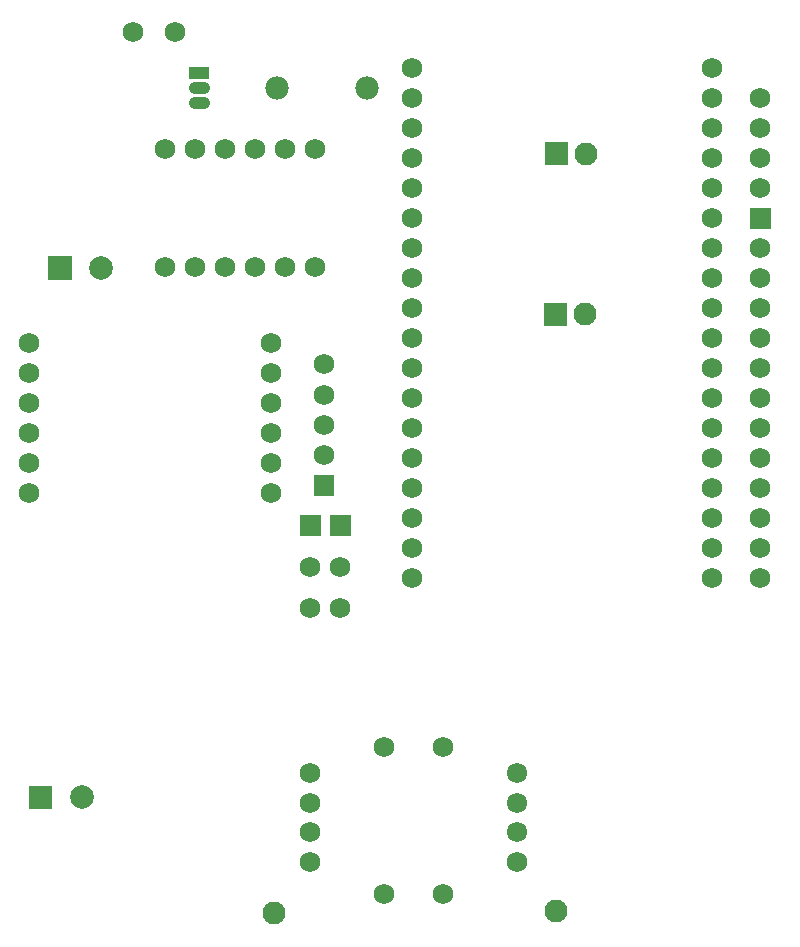
<source format=gts>
G04 Layer: TopSolderMaskLayer*
G04 EasyEDA v6.4.25, 2022-01-16T12:25:19--5:00*
G04 Gerber Generator version 0.2*
G04 Scale: 100 percent, Rotated: No, Reflected: No *
G04 Dimensions in millimeters *
G04 leading zeros omitted , absolute positions ,4 integer and 5 decimal *
%FSLAX45Y45*%
%MOMM*%

%ADD27C,1.0016*%
%ADD29C,2.0032*%
%ADD31C,1.9812*%
%ADD32C,1.7272*%
%ADD33C,1.7232*%
%ADD34C,1.9532*%

%LPD*%
D27*
X2384498Y8953500D02*
G01*
X2314498Y8953500D01*
X2384498Y8826500D02*
G01*
X2314498Y8826500D01*
G36*
X903223Y2846323D02*
G01*
X903223Y3046476D01*
X1103376Y3046476D01*
X1103376Y2846323D01*
G37*
D29*
G01*
X1353312Y2946400D03*
G36*
X1068323Y7329423D02*
G01*
X1068323Y7529576D01*
X1268476Y7529576D01*
X1268476Y7329423D01*
G37*
G01*
X1518412Y7429500D03*
G36*
X2264409Y9030462D02*
G01*
X2264409Y9130537D01*
X2434590Y9130537D01*
X2434590Y9030462D01*
G37*
D31*
G01*
X3009900Y8953500D03*
G01*
X3771900Y8953500D03*
D32*
G01*
X4152900Y4800600D03*
G01*
X4152900Y5054600D03*
G01*
X4152900Y5308600D03*
G01*
X4152900Y5562600D03*
G01*
X4152900Y5816600D03*
G01*
X4152900Y6070600D03*
G01*
X4152900Y6324600D03*
G01*
X4152900Y6578600D03*
G01*
X4152900Y6832600D03*
G01*
X4152900Y7086600D03*
G01*
X4152900Y7340600D03*
G01*
X4152900Y7594600D03*
G01*
X4152900Y7848600D03*
G01*
X4152900Y8102600D03*
G01*
X4152900Y8356600D03*
G01*
X4152900Y8610600D03*
G01*
X4152900Y8864600D03*
G01*
X4152900Y9118600D03*
G01*
X6692900Y4800600D03*
G01*
X6692900Y5054600D03*
G01*
X6692900Y5308600D03*
G01*
X6692900Y5562600D03*
G01*
X6692900Y5816600D03*
G01*
X6692900Y6070600D03*
G01*
X6692900Y6324600D03*
G01*
X6692900Y6578600D03*
G01*
X6692900Y6832600D03*
G01*
X6692900Y7086600D03*
G01*
X6692900Y7340600D03*
G01*
X6692900Y7594600D03*
G01*
X6692900Y7848600D03*
G01*
X6692900Y8102600D03*
G01*
X6692900Y8356600D03*
G01*
X6692900Y8610600D03*
G01*
X6692900Y8864600D03*
G01*
X6692900Y9118600D03*
G01*
X3327400Y8437499D03*
G01*
X3073400Y8437499D03*
G01*
X2819400Y8437499D03*
G01*
X2565400Y8437499D03*
G01*
X3327400Y7437501D03*
G01*
X3073400Y7437501D03*
G01*
X2819400Y7437501D03*
G01*
X2565400Y7437501D03*
G01*
X2311400Y7437501D03*
G01*
X2057400Y7437501D03*
G01*
X2311400Y8437499D03*
G01*
X2057400Y8437499D03*
G01*
X2959100Y6794500D03*
G01*
X2959100Y6540500D03*
G01*
X2959100Y6286500D03*
G01*
X2959100Y6032500D03*
G01*
X2959100Y5778500D03*
G01*
X2959100Y5524500D03*
G01*
X909091Y5524500D03*
G01*
X909091Y5778500D03*
G01*
X909091Y6032500D03*
G01*
X909091Y6286500D03*
G01*
X909091Y6540500D03*
G01*
X909091Y6794500D03*
G01*
X3289681Y3150057D03*
G01*
X3289681Y2900121D03*
G01*
X3289681Y2650185D03*
G01*
X3289681Y2399995D03*
D33*
G01*
X5039664Y3150057D03*
G01*
X5039664Y2900121D03*
G01*
X5039664Y2650185D03*
D32*
G01*
X5039740Y2399995D03*
G01*
X3914775Y3375101D03*
G01*
X4414900Y3375101D03*
G01*
X3914775Y2125167D03*
G01*
X4414900Y2125167D03*
D34*
G01*
X5613400Y7035800D03*
G36*
X5265674Y6938263D02*
G01*
X5265674Y7133336D01*
X5461000Y7133336D01*
X5461000Y6938263D01*
G37*
G01*
X5626100Y8394700D03*
G36*
X5278374Y8297163D02*
G01*
X5278374Y8492236D01*
X5473700Y8492236D01*
X5473700Y8297163D01*
G37*
D32*
G01*
X2146300Y9423400D03*
G01*
X1790700Y9423400D03*
D34*
G01*
X2984500Y1968500D03*
G01*
X5372100Y1981200D03*
D32*
G01*
X3403600Y6616700D03*
G01*
X3403600Y6350000D03*
G01*
X3403600Y6096000D03*
G01*
X3403600Y5842000D03*
G36*
X3317240Y5501639D02*
G01*
X3317240Y5674360D01*
X3489959Y5674360D01*
X3489959Y5501639D01*
G37*
G01*
X7100001Y8864600D03*
G01*
X7100001Y8610600D03*
G01*
X7100001Y8356600D03*
G01*
X7100001Y8102600D03*
G01*
X7100001Y7594600D03*
G01*
X7100001Y7340600D03*
G01*
X7100001Y7086600D03*
G01*
X7100001Y6832600D03*
G01*
X7100001Y6578600D03*
G01*
X7100001Y6324600D03*
G01*
X7100001Y6070600D03*
G01*
X7100001Y5816600D03*
G01*
X7100001Y5562600D03*
G01*
X7100001Y4800600D03*
G36*
X7013702Y7762239D02*
G01*
X7013702Y7934960D01*
X7186422Y7934960D01*
X7186422Y7762239D01*
G37*
G01*
X7100001Y5308600D03*
G01*
X7100001Y5054600D03*
G36*
X3202940Y5163565D02*
G01*
X3202940Y5336286D01*
X3375659Y5336286D01*
X3375659Y5163565D01*
G37*
G36*
X3456940Y5163565D02*
G01*
X3456940Y5336286D01*
X3629659Y5336286D01*
X3629659Y5163565D01*
G37*
G01*
X3289300Y4900000D03*
G01*
X3543300Y4900000D03*
G01*
X3289300Y4550001D03*
G01*
X3543300Y4550001D03*
M02*

</source>
